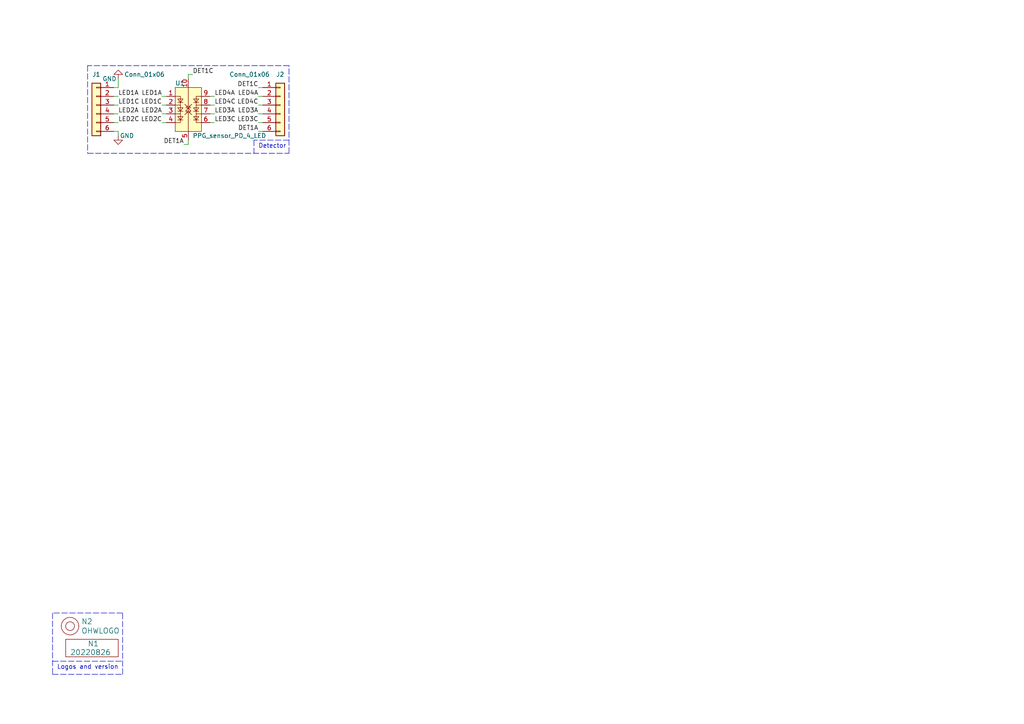
<source format=kicad_sch>
(kicad_sch (version 20211123) (generator eeschema)
  (paper "A4")
  (lib_symbols
    (symbol "Connector_Generic:Conn_01x06" (pin_names (offset 1.016) hide)
      (property "Reference" "J" (at 0 7.62 0))
      (property "Value" "Conn_01x06" (at 0 -10.16 0))
      (symbol "Conn_01x06_1_1"
        (rectangle (start -1.27 -7.493) (end 0 -7.747) (stroke (width 0.1524)))
        (rectangle (start -1.27 -4.953) (end 0 -5.207) (stroke (width 0.1524)))
        (rectangle (start -1.27 -2.413) (end 0 -2.667) (stroke (width 0.1524)))
        (rectangle (start -1.27 0.127) (end 0 -0.127) (stroke (width 0.1524)))
        (rectangle (start -1.27 2.667) (end 0 2.413) (stroke (width 0.1524)))
        (rectangle (start -1.27 5.207) (end 0 4.953) (stroke (width 0.1524)))
        (rectangle (start -1.27 6.35) (end 1.27 -8.89) (stroke (width 0.254)) (fill (type background)))
        (pin passive line (at -5.08 5.08 0) (length 3.81) (name "Pin_1") (number "1"))
        (pin passive line (at -5.08 2.54 0) (length 3.81) (name "Pin_2") (number "2"))
        (pin passive line (at -5.08 0 0) (length 3.81) (name "Pin_3") (number "3"))
        (pin passive line (at -5.08 -2.54 0) (length 3.81) (name "Pin_4") (number "4"))
        (pin passive line (at -5.08 -5.08 0) (length 3.81) (name "Pin_5") (number "5"))
        (pin passive line (at -5.08 -7.62 0) (length 3.81) (name "Pin_6") (number "6"))
      )
    )
    (symbol "SquantorLabels:OHWLOGO" (pin_names (offset 1.016))
      (property "Reference" "N" (at 0 3.81 0))
      (property "Value" "OHWLOGO" (at 0 -3.81 0))
      (symbol "OHWLOGO_0_1"
        (circle (center 0 0) (radius 1.27))
        (circle (center 0 0) (radius 2.54))
      )
    )
    (symbol "SquantorLabels:VYYYYMMDD" (pin_names (offset 1.016))
      (property "Reference" "N" (at 0 2.54 0))
      (property "Value" "VYYYYMMDD" (at 0 0 0))
      (symbol "VYYYYMMDD_0_1"
        (rectangle (start 7.62 -1.27) (end -7.62 3.81))
      )
    )
    (symbol "SquantorOpto:PPG_sensor_PD_4_LED" (pin_names (offset 1.016))
      (property "Reference" "U" (at -3.81 7.62 0))
      (property "Value" "PPG_sensor_PD_4_LED" (at 0 -13.97 0))
      (symbol "PPG_sensor_PD_4_LED_0_1"
        (rectangle (start -3.81 6.35) (end 3.81 -6.35) (fill (type background)))
        (polyline (pts (xy -3.81 -1.27) (xy -2.286 -1.27)))
        (polyline (pts (xy -3.81 1.27) (xy -2.286 1.27)))
        (polyline (pts (xy -1.524 -3.048) (xy -3.048 -3.048)))
        (polyline (pts (xy -1.524 -0.508) (xy -3.048 -0.508)))
        (polyline (pts (xy -1.524 2.032) (xy -3.048 2.032)))
        (polyline (pts (xy -0.762 0.508) (xy 0.762 0.508)))
        (polyline (pts (xy 0 -6.35) (xy 0 6.35)))
        (polyline (pts (xy 3.048 -3.048) (xy 1.524 -3.048)))
        (polyline (pts (xy 3.048 -0.508) (xy 1.524 -0.508)))
        (polyline (pts (xy 3.048 2.032) (xy 1.524 2.032)))
        (polyline (pts (xy 3.81 -1.27) (xy 2.286 -1.27)))
        (polyline (pts (xy 3.81 1.27) (xy 2.286 1.27)))
        (polyline (pts (xy -3.81 3.81) (xy -2.286 3.81) (xy -2.286 -3.81) (xy -3.81 -3.81)))
        (polyline (pts (xy -2.286 -3.048) (xy -3.048 -2.032) (xy -1.524 -2.032) (xy -2.286 -3.048)))
        (polyline (pts (xy -2.286 -0.508) (xy -3.048 0.508) (xy -1.524 0.508) (xy -2.286 -0.508)))
        (polyline (pts (xy -2.286 2.032) (xy -3.048 3.048) (xy -1.524 3.048) (xy -2.286 2.032)))
        (polyline (pts (xy 0 0.508) (xy 0.762 -0.508) (xy -0.762 -0.508) (xy 0 0.508)))
        (polyline (pts (xy 2.286 -3.048) (xy 1.524 -2.032) (xy 3.048 -2.032) (xy 2.286 -3.048)))
        (polyline (pts (xy 2.286 -0.508) (xy 1.524 0.508) (xy 3.048 0.508) (xy 2.286 -0.508)))
        (polyline (pts (xy 2.286 2.032) (xy 1.524 3.048) (xy 3.048 3.048) (xy 2.286 2.032)))
        (polyline (pts (xy 3.81 3.81) (xy 2.286 3.81) (xy 2.286 -3.81) (xy 3.81 -3.81)))
        (polyline (pts (xy -1.016 1.524) (xy -0.254 0.762) (xy -0.254 1.016) (xy -0.508 0.762) (xy -0.254 0.762)))
        (polyline (pts (xy -0.254 -0.762) (xy -0.254 -1.016) (xy -0.508 -0.762) (xy -0.254 -0.762) (xy -1.016 -1.524)))
        (polyline (pts (xy 0.254 -0.762) (xy 0.508 -0.762) (xy 0.254 -1.016) (xy 0.254 -0.762) (xy 1.016 -1.524)))
        (polyline (pts (xy 0.254 0.762) (xy 0.254 1.016) (xy 0.508 0.762) (xy 0.254 0.762) (xy 1.016 1.524)))
      )
      (symbol "PPG_sensor_PD_4_LED_1_1"
        (pin passive line (at -6.35 3.81 0) (length 2.54) (name "~") (number "1"))
        (pin passive line (at 0 8.89 270) (length 2.54) (name "") (number "10"))
        (pin passive line (at -6.35 1.27 0) (length 2.54) (name "~") (number "2"))
        (pin passive line (at -6.35 -1.27 0) (length 2.54) (name "~") (number "3"))
        (pin passive line (at -6.35 -3.81 0) (length 2.54) (name "~") (number "4"))
        (pin passive line (at 0 -8.89 90) (length 2.54) (name "~") (number "5"))
        (pin passive line (at 6.35 -3.81 180) (length 2.54) (name "~") (number "6"))
        (pin passive line (at 6.35 -1.27 180) (length 2.54) (name "") (number "7"))
        (pin passive line (at 6.35 1.27 180) (length 2.54) (name "") (number "8"))
        (pin passive line (at 6.35 3.81 180) (length 2.54) (name "") (number "9"))
      )
    )
    (symbol "power:GND" (power) (pin_names (offset 0))
      (property "Value" "GND" (at 0 -3.81 0))
      (symbol "GND_0_1"
        (polyline (pts (xy 0 0) (xy 0 -1.27) (xy 1.27 -1.27) (xy 0 -2.54) (xy -1.27 -1.27) (xy 0 -1.27)))
      )
      (symbol "GND_1_1"
        (pin power_in line (at 0 0 270) (length 0) hide (name "GND") (number "1"))
      )
    )
  )
  (wire (pts (xy 54.61 40.64) (xy 54.61 41.91)))
  (polyline (pts (xy 15.24 191.77) (xy 35.56 191.77)))
  (wire (pts (xy 74.93 33.02) (xy 76.2 33.02)))
  (wire (pts (xy 34.29 22.86) (xy 34.29 25.4)))
  (polyline (pts (xy 15.24 177.8) (xy 15.24 195.58)))
  (polyline (pts (xy 25.4 19.05) (xy 25.4 44.45)))
  (polyline (pts (xy 35.56 195.58) (xy 35.56 177.8)))
  (wire (pts (xy 74.93 38.1) (xy 76.2 38.1)))
  (wire (pts (xy 46.99 27.94) (xy 48.26 27.94)))
  (wire (pts (xy 34.29 39.37) (xy 34.29 38.1)))
  (polyline (pts (xy 83.82 19.05) (xy 25.4 19.05)))
  (wire (pts (xy 74.93 30.48) (xy 76.2 30.48)))
  (wire (pts (xy 60.96 33.02) (xy 62.23 33.02)))
  (polyline (pts (xy 25.4 44.45) (xy 83.82 44.45)))
  (wire (pts (xy 74.93 35.56) (xy 76.2 35.56)))
  (wire (pts (xy 60.96 27.94) (xy 62.23 27.94)))
  (wire (pts (xy 34.29 25.4) (xy 33.02 25.4)))
  (wire (pts (xy 33.02 30.48) (xy 34.29 30.48)))
  (wire (pts (xy 60.96 30.48) (xy 62.23 30.48)))
  (wire (pts (xy 54.61 22.86) (xy 54.61 21.59)))
  (wire (pts (xy 46.99 35.56) (xy 48.26 35.56)))
  (polyline (pts (xy 83.82 44.45) (xy 83.82 19.05)))
  (wire (pts (xy 33.02 38.1) (xy 34.29 38.1)))
  (wire (pts (xy 33.02 33.02) (xy 34.29 33.02)))
  (wire (pts (xy 46.99 30.48) (xy 48.26 30.48)))
  (wire (pts (xy 74.93 25.4) (xy 76.2 25.4)))
  (wire (pts (xy 74.93 27.94) (xy 76.2 27.94)))
  (polyline (pts (xy 73.66 40.64) (xy 73.66 44.45)))
  (polyline (pts (xy 83.82 40.64) (xy 73.66 40.64)))
  (polyline (pts (xy 15.24 195.58) (xy 35.56 195.58)))
  (wire (pts (xy 60.96 35.56) (xy 62.23 35.56)))
  (wire (pts (xy 54.61 41.91) (xy 53.34 41.91)))
  (wire (pts (xy 33.02 27.94) (xy 34.29 27.94)))
  (polyline (pts (xy 35.56 177.8) (xy 15.24 177.8)))
  (wire (pts (xy 46.99 33.02) (xy 48.26 33.02)))
  (wire (pts (xy 54.61 21.59) (xy 55.88 21.59)))
  (wire (pts (xy 33.02 35.56) (xy 34.29 35.56)))
  (text "Detector" (at 74.93 43.18 0) (effects (font (size 1.27 1.27)) (justify left bottom)))
  (text "Logos and version" (at 16.51 194.31 0) (effects (font (size 1.27 1.27)) (justify left bottom)))
  (label "LED1C" (at 46.99 30.48 180))
  (label "DET1C" (at 55.88 21.59 0))
  (label "LED1A" (at 34.29 27.94 0))
  (label "LED4C" (at 62.23 30.48 0))
  (label "LED2A" (at 46.99 33.02 180))
  (label "LED3C" (at 62.23 35.56 0))
  (label "LED1A" (at 46.99 27.94 180))
  (label "LED3C" (at 74.93 35.56 180))
  (label "LED2C" (at 46.99 35.56 180))
  (label "DET1C" (at 74.93 25.4 180))
  (label "LED4A" (at 62.23 27.94 0))
  (label "LED3A" (at 62.23 33.02 0))
  (label "LED2C" (at 34.29 35.56 0))
  (label "LED3A" (at 74.93 33.02 180))
  (label "DET1A" (at 74.93 38.1 180))
  (label "DET1A" (at 53.34 41.91 180))
  (label "LED1C" (at 34.29 30.48 0))
  (label "LED4A" (at 74.93 27.94 180))
  (label "LED2A" (at 34.29 33.02 0))
  (label "LED4C" (at 74.93 30.48 180))
  (symbol (lib_id "SquantorLabels:VYYYYMMDD") (at 26.67 189.23 0) (unit 1)
    (property "Reference" "N1" (at 25.4 186.69 0) (effects (font (size 1.524 1.524)) (justify left)))
    (property "Value" "20220826" (at 20.32 189.23 0) (effects (font (size 1.524 1.524)) (justify left)))
    (property "Footprint" "SquantorLabels:Label_Generic" (effects hide))
  )
  (symbol (lib_id "SquantorLabels:OHWLOGO") (at 20.32 181.61 0) (unit 1)
    (property "Reference" "N2" (at 23.5712 180.2638 0) (effects (font (size 1.524 1.524)) (justify left)))
    (property "Value" "OHWLOGO" (at 23.5712 182.9562 0) (effects (font (size 1.524 1.524)) (justify left)))
    (property "Footprint" "Symbol:OSHW-Symbol_6.7x6mm_SilkScreen" (effects hide))
  )
  (symbol (lib_id "power:GND") (at 34.29 39.37 0) (unit 1)
    (property "Reference" "#PWR02" (effects hide))
    (property "Value" "GND" (at 36.83 39.37 0))
  )
  (symbol (lib_id "SquantorOpto:PPG_sensor_PD_4_LED") (at 54.61 31.75 0) (unit 1)
    (property "Reference" "U1" (at 50.8 24.13 0) (effects (justify left)))
    (property "Value" "PPG_sensor_PD_4_LED" (at 55.88 39.37 0) (effects (justify left)))
    (property "Footprint" "SquantorOpto:PPG_sensor_4LED" (effects hide))
  )
  (symbol (lib_id "power:GND") (at 34.29 22.86 180) (unit 1)
    (property "Reference" "#PWR01" (effects hide))
    (property "Value" "GND" (at 31.75 22.86 0))
  )
  (symbol (lib_id "Connector_Generic:Conn_01x06") (at 81.28 30.48 0) (unit 1)
    (property "Reference" "J2" (at 81.28 21.59 0))
    (property "Value" "Conn_01x06" (at 72.39 21.59 0))
    (property "Footprint" "SquantorConnectors:Header-0254-1X06-H010" (effects hide))
  )
  (symbol (lib_id "Connector_Generic:Conn_01x06") (at 27.94 30.48 0) (mirror y) (unit 1)
    (property "Reference" "J1" (at 27.94 21.59 0))
    (property "Value" "Conn_01x06" (at 41.91 21.59 0))
    (property "Footprint" "SquantorConnectors:Header-0254-1X06-H010" (effects hide))
  )
)
</source>
